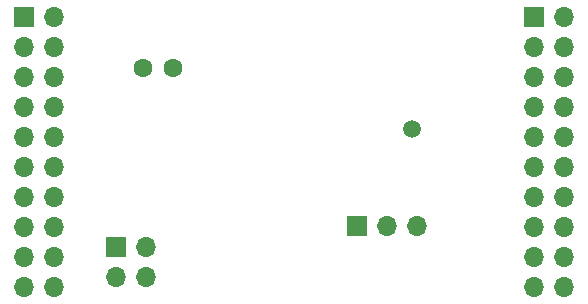
<source format=gbr>
%TF.GenerationSoftware,KiCad,Pcbnew,(6.0.7)*%
%TF.CreationDate,2022-11-02T22:50:05-04:00*%
%TF.ProjectId,tifi_daughterboard,74696669-5f64-4617-9567-68746572626f,1*%
%TF.SameCoordinates,Original*%
%TF.FileFunction,Soldermask,Bot*%
%TF.FilePolarity,Negative*%
%FSLAX46Y46*%
G04 Gerber Fmt 4.6, Leading zero omitted, Abs format (unit mm)*
G04 Created by KiCad (PCBNEW (6.0.7)) date 2022-11-02 22:50:05*
%MOMM*%
%LPD*%
G01*
G04 APERTURE LIST*
%ADD10R,1.700000X1.700000*%
%ADD11O,1.700000X1.700000*%
%ADD12C,1.600000*%
%ADD13C,1.500000*%
G04 APERTURE END LIST*
D10*
%TO.C,J1*%
X121920000Y-73660000D03*
D11*
X124460000Y-73660000D03*
X121920000Y-76200000D03*
X124460000Y-76200000D03*
X121920000Y-78740000D03*
X124460000Y-78740000D03*
X121920000Y-81280000D03*
X124460000Y-81280000D03*
X121920000Y-83820000D03*
X124460000Y-83820000D03*
X121920000Y-86360000D03*
X124460000Y-86360000D03*
X121920000Y-88900000D03*
X124460000Y-88900000D03*
X121920000Y-91440000D03*
X124460000Y-91440000D03*
X121920000Y-93980000D03*
X124460000Y-93980000D03*
X121920000Y-96520000D03*
X124460000Y-96520000D03*
%TD*%
D12*
%TO.C,R7*%
X134518400Y-77978000D03*
X131978400Y-77978000D03*
%TD*%
D10*
%TO.C,J5*%
X129692400Y-93141800D03*
D11*
X132232400Y-93141800D03*
X129692400Y-95681800D03*
X132232400Y-95681800D03*
%TD*%
D10*
%TO.C,J2*%
X165100000Y-73660000D03*
D11*
X167640000Y-73660000D03*
X165100000Y-76200000D03*
X167640000Y-76200000D03*
X165100000Y-78740000D03*
X167640000Y-78740000D03*
X165100000Y-81280000D03*
X167640000Y-81280000D03*
X165100000Y-83820000D03*
X167640000Y-83820000D03*
X165100000Y-86360000D03*
X167640000Y-86360000D03*
X165100000Y-88900000D03*
X167640000Y-88900000D03*
X165100000Y-91440000D03*
X167640000Y-91440000D03*
X165100000Y-93980000D03*
X167640000Y-93980000D03*
X165100000Y-96520000D03*
X167640000Y-96520000D03*
%TD*%
D10*
%TO.C,J4*%
X150088600Y-91383400D03*
D11*
X152628600Y-91383400D03*
X155168600Y-91383400D03*
%TD*%
D13*
%TO.C,TP1*%
X154736800Y-83159600D03*
%TD*%
M02*

</source>
